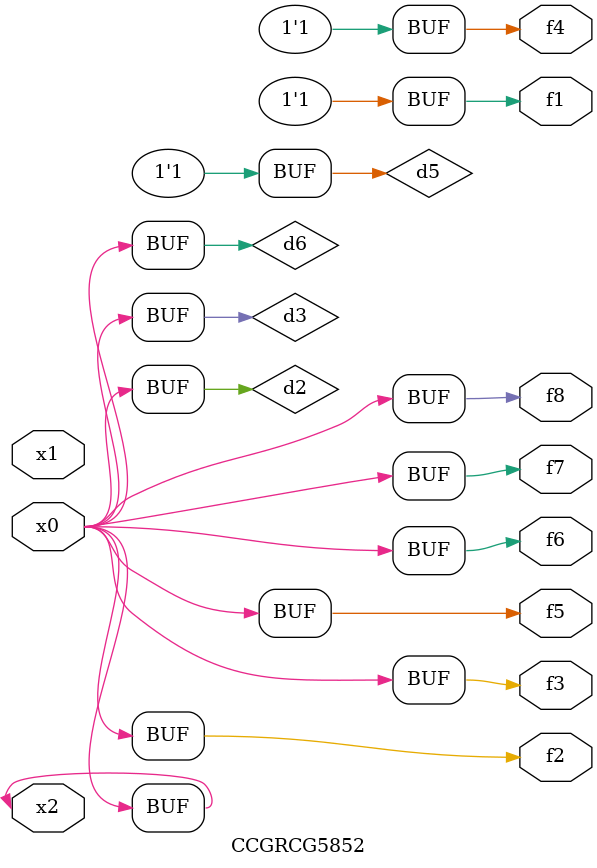
<source format=v>
module CCGRCG5852(
	input x0, x1, x2,
	output f1, f2, f3, f4, f5, f6, f7, f8
);

	wire d1, d2, d3, d4, d5, d6;

	xnor (d1, x2);
	buf (d2, x0, x2);
	and (d3, x0);
	xnor (d4, x1, x2);
	nand (d5, d1, d3);
	buf (d6, d2, d3);
	assign f1 = d5;
	assign f2 = d6;
	assign f3 = d6;
	assign f4 = d5;
	assign f5 = d6;
	assign f6 = d6;
	assign f7 = d6;
	assign f8 = d6;
endmodule

</source>
